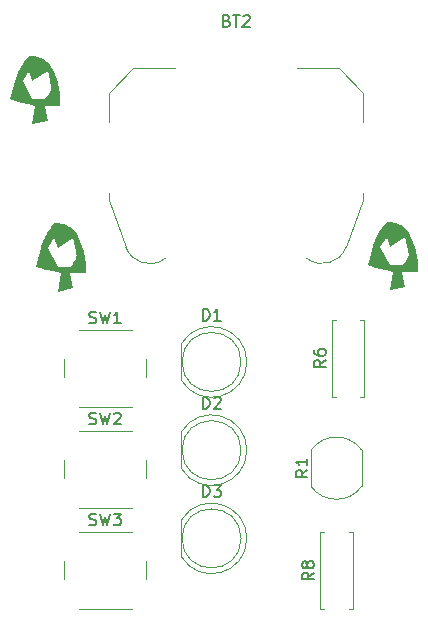
<source format=gbr>
%TF.GenerationSoftware,KiCad,Pcbnew,9.0.2*%
%TF.CreationDate,2025-06-18T19:47:00+03:00*%
%TF.ProjectId,solder_PCB,736f6c64-6572-45f5-9043-422e6b696361,rev?*%
%TF.SameCoordinates,Original*%
%TF.FileFunction,Legend,Top*%
%TF.FilePolarity,Positive*%
%FSLAX46Y46*%
G04 Gerber Fmt 4.6, Leading zero omitted, Abs format (unit mm)*
G04 Created by KiCad (PCBNEW 9.0.2) date 2025-06-18 19:47:00*
%MOMM*%
%LPD*%
G01*
G04 APERTURE LIST*
%ADD10C,0.000000*%
%ADD11C,0.150000*%
%ADD12C,0.120000*%
G04 APERTURE END LIST*
D10*
G36*
X167023854Y-91464587D02*
G01*
X167151602Y-91481586D01*
X167273232Y-91500387D01*
X167389460Y-91521751D01*
X167501005Y-91546441D01*
X167608582Y-91575219D01*
X167712908Y-91608849D01*
X167814701Y-91648092D01*
X167914678Y-91693710D01*
X168013555Y-91746467D01*
X168112049Y-91807125D01*
X168210877Y-91876445D01*
X168310757Y-91955192D01*
X168412404Y-92044126D01*
X168516537Y-92144010D01*
X168635246Y-92359273D01*
X168745575Y-92572418D01*
X168847493Y-92784038D01*
X168940969Y-92994727D01*
X169025972Y-93205077D01*
X169102471Y-93415682D01*
X169170436Y-93627136D01*
X169229835Y-93840031D01*
X169280638Y-94054961D01*
X169322813Y-94272519D01*
X169356331Y-94493298D01*
X169381159Y-94717892D01*
X169397268Y-94946893D01*
X169404627Y-95180895D01*
X169403204Y-95420492D01*
X169392969Y-95666276D01*
X168070052Y-95666276D01*
X168334636Y-96989193D01*
X167011719Y-97253776D01*
X167276303Y-95666276D01*
X167011719Y-95616220D01*
X166664454Y-95550521D01*
X166240965Y-95460346D01*
X166085128Y-95424075D01*
X165943051Y-95387223D01*
X165797097Y-95344946D01*
X165629633Y-95292397D01*
X165159636Y-95137109D01*
X165331413Y-94508213D01*
X165506902Y-93880339D01*
X165598287Y-93549610D01*
X166217969Y-93549610D01*
X167011719Y-95137109D01*
X168070052Y-95137109D01*
X168276381Y-94886636D01*
X168359102Y-94781898D01*
X168429036Y-94687628D01*
X168486811Y-94601428D01*
X168511336Y-94560605D01*
X168533058Y-94520900D01*
X168552054Y-94482014D01*
X168568405Y-94443646D01*
X168582189Y-94405497D01*
X168593484Y-94367268D01*
X168602369Y-94328658D01*
X168608923Y-94289368D01*
X168613224Y-94249097D01*
X168615352Y-94207547D01*
X168615385Y-94164417D01*
X168613402Y-94119408D01*
X168609482Y-94072219D01*
X168603702Y-94022552D01*
X168586882Y-93914581D01*
X168563572Y-93793098D01*
X168500000Y-93500000D01*
X168334636Y-92755860D01*
X167011719Y-93549610D01*
X166747136Y-92755860D01*
X166217969Y-93549610D01*
X165598287Y-93549610D01*
X165702238Y-93173405D01*
X165751085Y-93045168D01*
X165801433Y-92921677D01*
X165853432Y-92802469D01*
X165907230Y-92687085D01*
X165962976Y-92575063D01*
X166020817Y-92465943D01*
X166080902Y-92359264D01*
X166143380Y-92254565D01*
X166208399Y-92151384D01*
X166276107Y-92049262D01*
X166346652Y-91947737D01*
X166420184Y-91846349D01*
X166576798Y-91642138D01*
X166747136Y-91432943D01*
X167023854Y-91464587D01*
G37*
G36*
X138906576Y-91571945D02*
G01*
X139034324Y-91588944D01*
X139155954Y-91607745D01*
X139272182Y-91629109D01*
X139383727Y-91653799D01*
X139491304Y-91682577D01*
X139595630Y-91716207D01*
X139697423Y-91755450D01*
X139797400Y-91801068D01*
X139896277Y-91853825D01*
X139994771Y-91914483D01*
X140093599Y-91983803D01*
X140193479Y-92062550D01*
X140295126Y-92151484D01*
X140399259Y-92251368D01*
X140517968Y-92466631D01*
X140628297Y-92679776D01*
X140730215Y-92891396D01*
X140823691Y-93102085D01*
X140908694Y-93312435D01*
X140985193Y-93523040D01*
X141053158Y-93734494D01*
X141112557Y-93947389D01*
X141163360Y-94162319D01*
X141205535Y-94379877D01*
X141239053Y-94600656D01*
X141263881Y-94825250D01*
X141279990Y-95054251D01*
X141287349Y-95288253D01*
X141285926Y-95527850D01*
X141275691Y-95773634D01*
X139952774Y-95773634D01*
X140217358Y-97096551D01*
X138894441Y-97361134D01*
X139159025Y-95773634D01*
X138894441Y-95723578D01*
X138547176Y-95657879D01*
X138123687Y-95567704D01*
X137967850Y-95531433D01*
X137825773Y-95494581D01*
X137679819Y-95452304D01*
X137512355Y-95399755D01*
X137042358Y-95244467D01*
X137214135Y-94615571D01*
X137389624Y-93987697D01*
X137481009Y-93656968D01*
X138100691Y-93656968D01*
X138894441Y-95244467D01*
X139952774Y-95244467D01*
X140159103Y-94993994D01*
X140241824Y-94889256D01*
X140311758Y-94794986D01*
X140369533Y-94708786D01*
X140394058Y-94667963D01*
X140415780Y-94628258D01*
X140434776Y-94589372D01*
X140451127Y-94551004D01*
X140464911Y-94512855D01*
X140476206Y-94474626D01*
X140485091Y-94436016D01*
X140491645Y-94396726D01*
X140495946Y-94356455D01*
X140498074Y-94314905D01*
X140498107Y-94271775D01*
X140496124Y-94226766D01*
X140492204Y-94179577D01*
X140486424Y-94129910D01*
X140469604Y-94021939D01*
X140446294Y-93900456D01*
X140382722Y-93607358D01*
X140217358Y-92863218D01*
X138894441Y-93656968D01*
X138629858Y-92863218D01*
X138100691Y-93656968D01*
X137481009Y-93656968D01*
X137584960Y-93280763D01*
X137633807Y-93152526D01*
X137684155Y-93029035D01*
X137736154Y-92909827D01*
X137789952Y-92794443D01*
X137845698Y-92682421D01*
X137903539Y-92573301D01*
X137963624Y-92466622D01*
X138026102Y-92361923D01*
X138091121Y-92258742D01*
X138158829Y-92156620D01*
X138229374Y-92055095D01*
X138302906Y-91953707D01*
X138459520Y-91749496D01*
X138629858Y-91540301D01*
X138906576Y-91571945D01*
G37*
G36*
X136747747Y-77415325D02*
G01*
X136875495Y-77432324D01*
X136997125Y-77451125D01*
X137113353Y-77472489D01*
X137224898Y-77497179D01*
X137332475Y-77525957D01*
X137436801Y-77559587D01*
X137538594Y-77598830D01*
X137638571Y-77644448D01*
X137737448Y-77697205D01*
X137835942Y-77757863D01*
X137934770Y-77827183D01*
X138034650Y-77905930D01*
X138136297Y-77994864D01*
X138240430Y-78094748D01*
X138359139Y-78310011D01*
X138469468Y-78523156D01*
X138571386Y-78734776D01*
X138664862Y-78945465D01*
X138749865Y-79155815D01*
X138826364Y-79366420D01*
X138894329Y-79577874D01*
X138953728Y-79790769D01*
X139004531Y-80005699D01*
X139046706Y-80223257D01*
X139080224Y-80444036D01*
X139105052Y-80668630D01*
X139121161Y-80897631D01*
X139128520Y-81131633D01*
X139127097Y-81371230D01*
X139116862Y-81617014D01*
X137793945Y-81617014D01*
X138058529Y-82939931D01*
X136735612Y-83204514D01*
X137000196Y-81617014D01*
X136735612Y-81566958D01*
X136388347Y-81501259D01*
X135964858Y-81411084D01*
X135809021Y-81374813D01*
X135666944Y-81337961D01*
X135520990Y-81295684D01*
X135353526Y-81243135D01*
X134883529Y-81087847D01*
X135055306Y-80458951D01*
X135230795Y-79831077D01*
X135322180Y-79500348D01*
X135941862Y-79500348D01*
X136735612Y-81087847D01*
X137793945Y-81087847D01*
X138000274Y-80837374D01*
X138082995Y-80732636D01*
X138152929Y-80638366D01*
X138210704Y-80552166D01*
X138235229Y-80511343D01*
X138256951Y-80471638D01*
X138275947Y-80432752D01*
X138292298Y-80394384D01*
X138306082Y-80356235D01*
X138317377Y-80318006D01*
X138326262Y-80279396D01*
X138332816Y-80240106D01*
X138337117Y-80199835D01*
X138339245Y-80158285D01*
X138339278Y-80115155D01*
X138337295Y-80070146D01*
X138333375Y-80022957D01*
X138327595Y-79973290D01*
X138310775Y-79865319D01*
X138287465Y-79743836D01*
X138223893Y-79450738D01*
X138058529Y-78706598D01*
X136735612Y-79500348D01*
X136471029Y-78706598D01*
X135941862Y-79500348D01*
X135322180Y-79500348D01*
X135426131Y-79124143D01*
X135474978Y-78995906D01*
X135525326Y-78872415D01*
X135577325Y-78753207D01*
X135631123Y-78637823D01*
X135686869Y-78525801D01*
X135744710Y-78416681D01*
X135804795Y-78310002D01*
X135867273Y-78205303D01*
X135932292Y-78102122D01*
X136000000Y-78000000D01*
X136070545Y-77898475D01*
X136144077Y-77797087D01*
X136300691Y-77592876D01*
X136471029Y-77383681D01*
X136747747Y-77415325D01*
G37*
D11*
X151191905Y-99814819D02*
X151191905Y-98814819D01*
X151191905Y-98814819D02*
X151430000Y-98814819D01*
X151430000Y-98814819D02*
X151572857Y-98862438D01*
X151572857Y-98862438D02*
X151668095Y-98957676D01*
X151668095Y-98957676D02*
X151715714Y-99052914D01*
X151715714Y-99052914D02*
X151763333Y-99243390D01*
X151763333Y-99243390D02*
X151763333Y-99386247D01*
X151763333Y-99386247D02*
X151715714Y-99576723D01*
X151715714Y-99576723D02*
X151668095Y-99671961D01*
X151668095Y-99671961D02*
X151572857Y-99767200D01*
X151572857Y-99767200D02*
X151430000Y-99814819D01*
X151430000Y-99814819D02*
X151191905Y-99814819D01*
X152715714Y-99814819D02*
X152144286Y-99814819D01*
X152430000Y-99814819D02*
X152430000Y-98814819D01*
X152430000Y-98814819D02*
X152334762Y-98957676D01*
X152334762Y-98957676D02*
X152239524Y-99052914D01*
X152239524Y-99052914D02*
X152144286Y-99100533D01*
X141586667Y-100017200D02*
X141729524Y-100064819D01*
X141729524Y-100064819D02*
X141967619Y-100064819D01*
X141967619Y-100064819D02*
X142062857Y-100017200D01*
X142062857Y-100017200D02*
X142110476Y-99969580D01*
X142110476Y-99969580D02*
X142158095Y-99874342D01*
X142158095Y-99874342D02*
X142158095Y-99779104D01*
X142158095Y-99779104D02*
X142110476Y-99683866D01*
X142110476Y-99683866D02*
X142062857Y-99636247D01*
X142062857Y-99636247D02*
X141967619Y-99588628D01*
X141967619Y-99588628D02*
X141777143Y-99541009D01*
X141777143Y-99541009D02*
X141681905Y-99493390D01*
X141681905Y-99493390D02*
X141634286Y-99445771D01*
X141634286Y-99445771D02*
X141586667Y-99350533D01*
X141586667Y-99350533D02*
X141586667Y-99255295D01*
X141586667Y-99255295D02*
X141634286Y-99160057D01*
X141634286Y-99160057D02*
X141681905Y-99112438D01*
X141681905Y-99112438D02*
X141777143Y-99064819D01*
X141777143Y-99064819D02*
X142015238Y-99064819D01*
X142015238Y-99064819D02*
X142158095Y-99112438D01*
X142491429Y-99064819D02*
X142729524Y-100064819D01*
X142729524Y-100064819D02*
X142920000Y-99350533D01*
X142920000Y-99350533D02*
X143110476Y-100064819D01*
X143110476Y-100064819D02*
X143348572Y-99064819D01*
X144253333Y-100064819D02*
X143681905Y-100064819D01*
X143967619Y-100064819D02*
X143967619Y-99064819D01*
X143967619Y-99064819D02*
X143872381Y-99207676D01*
X143872381Y-99207676D02*
X143777143Y-99302914D01*
X143777143Y-99302914D02*
X143681905Y-99350533D01*
X153214285Y-74431009D02*
X153357142Y-74478628D01*
X153357142Y-74478628D02*
X153404761Y-74526247D01*
X153404761Y-74526247D02*
X153452380Y-74621485D01*
X153452380Y-74621485D02*
X153452380Y-74764342D01*
X153452380Y-74764342D02*
X153404761Y-74859580D01*
X153404761Y-74859580D02*
X153357142Y-74907200D01*
X153357142Y-74907200D02*
X153261904Y-74954819D01*
X153261904Y-74954819D02*
X152880952Y-74954819D01*
X152880952Y-74954819D02*
X152880952Y-73954819D01*
X152880952Y-73954819D02*
X153214285Y-73954819D01*
X153214285Y-73954819D02*
X153309523Y-74002438D01*
X153309523Y-74002438D02*
X153357142Y-74050057D01*
X153357142Y-74050057D02*
X153404761Y-74145295D01*
X153404761Y-74145295D02*
X153404761Y-74240533D01*
X153404761Y-74240533D02*
X153357142Y-74335771D01*
X153357142Y-74335771D02*
X153309523Y-74383390D01*
X153309523Y-74383390D02*
X153214285Y-74431009D01*
X153214285Y-74431009D02*
X152880952Y-74431009D01*
X153738095Y-73954819D02*
X154309523Y-73954819D01*
X154023809Y-74954819D02*
X154023809Y-73954819D01*
X154595238Y-74050057D02*
X154642857Y-74002438D01*
X154642857Y-74002438D02*
X154738095Y-73954819D01*
X154738095Y-73954819D02*
X154976190Y-73954819D01*
X154976190Y-73954819D02*
X155071428Y-74002438D01*
X155071428Y-74002438D02*
X155119047Y-74050057D01*
X155119047Y-74050057D02*
X155166666Y-74145295D01*
X155166666Y-74145295D02*
X155166666Y-74240533D01*
X155166666Y-74240533D02*
X155119047Y-74383390D01*
X155119047Y-74383390D02*
X154547619Y-74954819D01*
X154547619Y-74954819D02*
X155166666Y-74954819D01*
X151191905Y-107284819D02*
X151191905Y-106284819D01*
X151191905Y-106284819D02*
X151430000Y-106284819D01*
X151430000Y-106284819D02*
X151572857Y-106332438D01*
X151572857Y-106332438D02*
X151668095Y-106427676D01*
X151668095Y-106427676D02*
X151715714Y-106522914D01*
X151715714Y-106522914D02*
X151763333Y-106713390D01*
X151763333Y-106713390D02*
X151763333Y-106856247D01*
X151763333Y-106856247D02*
X151715714Y-107046723D01*
X151715714Y-107046723D02*
X151668095Y-107141961D01*
X151668095Y-107141961D02*
X151572857Y-107237200D01*
X151572857Y-107237200D02*
X151430000Y-107284819D01*
X151430000Y-107284819D02*
X151191905Y-107284819D01*
X152144286Y-106380057D02*
X152191905Y-106332438D01*
X152191905Y-106332438D02*
X152287143Y-106284819D01*
X152287143Y-106284819D02*
X152525238Y-106284819D01*
X152525238Y-106284819D02*
X152620476Y-106332438D01*
X152620476Y-106332438D02*
X152668095Y-106380057D01*
X152668095Y-106380057D02*
X152715714Y-106475295D01*
X152715714Y-106475295D02*
X152715714Y-106570533D01*
X152715714Y-106570533D02*
X152668095Y-106713390D01*
X152668095Y-106713390D02*
X152096667Y-107284819D01*
X152096667Y-107284819D02*
X152715714Y-107284819D01*
X141586667Y-108567200D02*
X141729524Y-108614819D01*
X141729524Y-108614819D02*
X141967619Y-108614819D01*
X141967619Y-108614819D02*
X142062857Y-108567200D01*
X142062857Y-108567200D02*
X142110476Y-108519580D01*
X142110476Y-108519580D02*
X142158095Y-108424342D01*
X142158095Y-108424342D02*
X142158095Y-108329104D01*
X142158095Y-108329104D02*
X142110476Y-108233866D01*
X142110476Y-108233866D02*
X142062857Y-108186247D01*
X142062857Y-108186247D02*
X141967619Y-108138628D01*
X141967619Y-108138628D02*
X141777143Y-108091009D01*
X141777143Y-108091009D02*
X141681905Y-108043390D01*
X141681905Y-108043390D02*
X141634286Y-107995771D01*
X141634286Y-107995771D02*
X141586667Y-107900533D01*
X141586667Y-107900533D02*
X141586667Y-107805295D01*
X141586667Y-107805295D02*
X141634286Y-107710057D01*
X141634286Y-107710057D02*
X141681905Y-107662438D01*
X141681905Y-107662438D02*
X141777143Y-107614819D01*
X141777143Y-107614819D02*
X142015238Y-107614819D01*
X142015238Y-107614819D02*
X142158095Y-107662438D01*
X142491429Y-107614819D02*
X142729524Y-108614819D01*
X142729524Y-108614819D02*
X142920000Y-107900533D01*
X142920000Y-107900533D02*
X143110476Y-108614819D01*
X143110476Y-108614819D02*
X143348572Y-107614819D01*
X143681905Y-107710057D02*
X143729524Y-107662438D01*
X143729524Y-107662438D02*
X143824762Y-107614819D01*
X143824762Y-107614819D02*
X144062857Y-107614819D01*
X144062857Y-107614819D02*
X144158095Y-107662438D01*
X144158095Y-107662438D02*
X144205714Y-107710057D01*
X144205714Y-107710057D02*
X144253333Y-107805295D01*
X144253333Y-107805295D02*
X144253333Y-107900533D01*
X144253333Y-107900533D02*
X144205714Y-108043390D01*
X144205714Y-108043390D02*
X143634286Y-108614819D01*
X143634286Y-108614819D02*
X144253333Y-108614819D01*
X141586667Y-117117200D02*
X141729524Y-117164819D01*
X141729524Y-117164819D02*
X141967619Y-117164819D01*
X141967619Y-117164819D02*
X142062857Y-117117200D01*
X142062857Y-117117200D02*
X142110476Y-117069580D01*
X142110476Y-117069580D02*
X142158095Y-116974342D01*
X142158095Y-116974342D02*
X142158095Y-116879104D01*
X142158095Y-116879104D02*
X142110476Y-116783866D01*
X142110476Y-116783866D02*
X142062857Y-116736247D01*
X142062857Y-116736247D02*
X141967619Y-116688628D01*
X141967619Y-116688628D02*
X141777143Y-116641009D01*
X141777143Y-116641009D02*
X141681905Y-116593390D01*
X141681905Y-116593390D02*
X141634286Y-116545771D01*
X141634286Y-116545771D02*
X141586667Y-116450533D01*
X141586667Y-116450533D02*
X141586667Y-116355295D01*
X141586667Y-116355295D02*
X141634286Y-116260057D01*
X141634286Y-116260057D02*
X141681905Y-116212438D01*
X141681905Y-116212438D02*
X141777143Y-116164819D01*
X141777143Y-116164819D02*
X142015238Y-116164819D01*
X142015238Y-116164819D02*
X142158095Y-116212438D01*
X142491429Y-116164819D02*
X142729524Y-117164819D01*
X142729524Y-117164819D02*
X142920000Y-116450533D01*
X142920000Y-116450533D02*
X143110476Y-117164819D01*
X143110476Y-117164819D02*
X143348572Y-116164819D01*
X143634286Y-116164819D02*
X144253333Y-116164819D01*
X144253333Y-116164819D02*
X143920000Y-116545771D01*
X143920000Y-116545771D02*
X144062857Y-116545771D01*
X144062857Y-116545771D02*
X144158095Y-116593390D01*
X144158095Y-116593390D02*
X144205714Y-116641009D01*
X144205714Y-116641009D02*
X144253333Y-116736247D01*
X144253333Y-116736247D02*
X144253333Y-116974342D01*
X144253333Y-116974342D02*
X144205714Y-117069580D01*
X144205714Y-117069580D02*
X144158095Y-117117200D01*
X144158095Y-117117200D02*
X144062857Y-117164819D01*
X144062857Y-117164819D02*
X143777143Y-117164819D01*
X143777143Y-117164819D02*
X143681905Y-117117200D01*
X143681905Y-117117200D02*
X143634286Y-117069580D01*
X161584819Y-103166666D02*
X161108628Y-103499999D01*
X161584819Y-103738094D02*
X160584819Y-103738094D01*
X160584819Y-103738094D02*
X160584819Y-103357142D01*
X160584819Y-103357142D02*
X160632438Y-103261904D01*
X160632438Y-103261904D02*
X160680057Y-103214285D01*
X160680057Y-103214285D02*
X160775295Y-103166666D01*
X160775295Y-103166666D02*
X160918152Y-103166666D01*
X160918152Y-103166666D02*
X161013390Y-103214285D01*
X161013390Y-103214285D02*
X161061009Y-103261904D01*
X161061009Y-103261904D02*
X161108628Y-103357142D01*
X161108628Y-103357142D02*
X161108628Y-103738094D01*
X160584819Y-102309523D02*
X160584819Y-102499999D01*
X160584819Y-102499999D02*
X160632438Y-102595237D01*
X160632438Y-102595237D02*
X160680057Y-102642856D01*
X160680057Y-102642856D02*
X160822914Y-102738094D01*
X160822914Y-102738094D02*
X161013390Y-102785713D01*
X161013390Y-102785713D02*
X161394342Y-102785713D01*
X161394342Y-102785713D02*
X161489580Y-102738094D01*
X161489580Y-102738094D02*
X161537200Y-102690475D01*
X161537200Y-102690475D02*
X161584819Y-102595237D01*
X161584819Y-102595237D02*
X161584819Y-102404761D01*
X161584819Y-102404761D02*
X161537200Y-102309523D01*
X161537200Y-102309523D02*
X161489580Y-102261904D01*
X161489580Y-102261904D02*
X161394342Y-102214285D01*
X161394342Y-102214285D02*
X161156247Y-102214285D01*
X161156247Y-102214285D02*
X161061009Y-102261904D01*
X161061009Y-102261904D02*
X161013390Y-102309523D01*
X161013390Y-102309523D02*
X160965771Y-102404761D01*
X160965771Y-102404761D02*
X160965771Y-102595237D01*
X160965771Y-102595237D02*
X161013390Y-102690475D01*
X161013390Y-102690475D02*
X161061009Y-102738094D01*
X161061009Y-102738094D02*
X161156247Y-102785713D01*
X160584819Y-121166666D02*
X160108628Y-121499999D01*
X160584819Y-121738094D02*
X159584819Y-121738094D01*
X159584819Y-121738094D02*
X159584819Y-121357142D01*
X159584819Y-121357142D02*
X159632438Y-121261904D01*
X159632438Y-121261904D02*
X159680057Y-121214285D01*
X159680057Y-121214285D02*
X159775295Y-121166666D01*
X159775295Y-121166666D02*
X159918152Y-121166666D01*
X159918152Y-121166666D02*
X160013390Y-121214285D01*
X160013390Y-121214285D02*
X160061009Y-121261904D01*
X160061009Y-121261904D02*
X160108628Y-121357142D01*
X160108628Y-121357142D02*
X160108628Y-121738094D01*
X160013390Y-120595237D02*
X159965771Y-120690475D01*
X159965771Y-120690475D02*
X159918152Y-120738094D01*
X159918152Y-120738094D02*
X159822914Y-120785713D01*
X159822914Y-120785713D02*
X159775295Y-120785713D01*
X159775295Y-120785713D02*
X159680057Y-120738094D01*
X159680057Y-120738094D02*
X159632438Y-120690475D01*
X159632438Y-120690475D02*
X159584819Y-120595237D01*
X159584819Y-120595237D02*
X159584819Y-120404761D01*
X159584819Y-120404761D02*
X159632438Y-120309523D01*
X159632438Y-120309523D02*
X159680057Y-120261904D01*
X159680057Y-120261904D02*
X159775295Y-120214285D01*
X159775295Y-120214285D02*
X159822914Y-120214285D01*
X159822914Y-120214285D02*
X159918152Y-120261904D01*
X159918152Y-120261904D02*
X159965771Y-120309523D01*
X159965771Y-120309523D02*
X160013390Y-120404761D01*
X160013390Y-120404761D02*
X160013390Y-120595237D01*
X160013390Y-120595237D02*
X160061009Y-120690475D01*
X160061009Y-120690475D02*
X160108628Y-120738094D01*
X160108628Y-120738094D02*
X160203866Y-120785713D01*
X160203866Y-120785713D02*
X160394342Y-120785713D01*
X160394342Y-120785713D02*
X160489580Y-120738094D01*
X160489580Y-120738094D02*
X160537200Y-120690475D01*
X160537200Y-120690475D02*
X160584819Y-120595237D01*
X160584819Y-120595237D02*
X160584819Y-120404761D01*
X160584819Y-120404761D02*
X160537200Y-120309523D01*
X160537200Y-120309523D02*
X160489580Y-120261904D01*
X160489580Y-120261904D02*
X160394342Y-120214285D01*
X160394342Y-120214285D02*
X160203866Y-120214285D01*
X160203866Y-120214285D02*
X160108628Y-120261904D01*
X160108628Y-120261904D02*
X160061009Y-120309523D01*
X160061009Y-120309523D02*
X160013390Y-120404761D01*
X160054819Y-112466666D02*
X159578628Y-112799999D01*
X160054819Y-113038094D02*
X159054819Y-113038094D01*
X159054819Y-113038094D02*
X159054819Y-112657142D01*
X159054819Y-112657142D02*
X159102438Y-112561904D01*
X159102438Y-112561904D02*
X159150057Y-112514285D01*
X159150057Y-112514285D02*
X159245295Y-112466666D01*
X159245295Y-112466666D02*
X159388152Y-112466666D01*
X159388152Y-112466666D02*
X159483390Y-112514285D01*
X159483390Y-112514285D02*
X159531009Y-112561904D01*
X159531009Y-112561904D02*
X159578628Y-112657142D01*
X159578628Y-112657142D02*
X159578628Y-113038094D01*
X160054819Y-111514285D02*
X160054819Y-112085713D01*
X160054819Y-111799999D02*
X159054819Y-111799999D01*
X159054819Y-111799999D02*
X159197676Y-111895237D01*
X159197676Y-111895237D02*
X159292914Y-111990475D01*
X159292914Y-111990475D02*
X159340533Y-112085713D01*
X151191905Y-114754819D02*
X151191905Y-113754819D01*
X151191905Y-113754819D02*
X151430000Y-113754819D01*
X151430000Y-113754819D02*
X151572857Y-113802438D01*
X151572857Y-113802438D02*
X151668095Y-113897676D01*
X151668095Y-113897676D02*
X151715714Y-113992914D01*
X151715714Y-113992914D02*
X151763333Y-114183390D01*
X151763333Y-114183390D02*
X151763333Y-114326247D01*
X151763333Y-114326247D02*
X151715714Y-114516723D01*
X151715714Y-114516723D02*
X151668095Y-114611961D01*
X151668095Y-114611961D02*
X151572857Y-114707200D01*
X151572857Y-114707200D02*
X151430000Y-114754819D01*
X151430000Y-114754819D02*
X151191905Y-114754819D01*
X152096667Y-113754819D02*
X152715714Y-113754819D01*
X152715714Y-113754819D02*
X152382381Y-114135771D01*
X152382381Y-114135771D02*
X152525238Y-114135771D01*
X152525238Y-114135771D02*
X152620476Y-114183390D01*
X152620476Y-114183390D02*
X152668095Y-114231009D01*
X152668095Y-114231009D02*
X152715714Y-114326247D01*
X152715714Y-114326247D02*
X152715714Y-114564342D01*
X152715714Y-114564342D02*
X152668095Y-114659580D01*
X152668095Y-114659580D02*
X152620476Y-114707200D01*
X152620476Y-114707200D02*
X152525238Y-114754819D01*
X152525238Y-114754819D02*
X152239524Y-114754819D01*
X152239524Y-114754819D02*
X152144286Y-114707200D01*
X152144286Y-114707200D02*
X152096667Y-114659580D01*
D12*
%TO.C,D1*%
X149370000Y-101775000D02*
X149370000Y-104865000D01*
X149370000Y-101775170D02*
G75*
G02*
X154920000Y-103320000I2560000J-1544830D01*
G01*
X154920000Y-103320000D02*
G75*
G02*
X149370000Y-104864830I-2990000J0D01*
G01*
X154430000Y-103320000D02*
G75*
G02*
X149430000Y-103320000I-2500000J0D01*
G01*
X149430000Y-103320000D02*
G75*
G02*
X154430000Y-103320000I2500000J0D01*
G01*
%TO.C,SW1*%
X139420000Y-103110000D02*
X139420000Y-104610000D01*
X140670000Y-107110000D02*
X145170000Y-107110000D01*
X145170000Y-100610000D02*
X140670000Y-100610000D01*
X146420000Y-104610000D02*
X146420000Y-103110000D01*
%TO.C,BT2*%
X163325243Y-93588169D02*
G75*
G02*
X160000000Y-94550000I-2015243J738169D01*
G01*
X147996646Y-94566530D02*
G75*
G02*
X144660000Y-93580000I-1306646J1716531D01*
G01*
X164780000Y-89630000D02*
X163340000Y-93580000D01*
X164780000Y-89000000D02*
X164780000Y-89630000D01*
X164780000Y-80540000D02*
X164780000Y-83000000D01*
X162700000Y-78460000D02*
X164780000Y-80540000D01*
X162700000Y-78460000D02*
X159200000Y-78460000D01*
X148800000Y-78460000D02*
X145300000Y-78460000D01*
X145300000Y-78460000D02*
X143220000Y-80540000D01*
X143220000Y-89630000D02*
X144660000Y-93580000D01*
X143220000Y-89000000D02*
X143220000Y-89630000D01*
X143220000Y-80540000D02*
X143220000Y-83000000D01*
%TO.C,D2*%
X154430000Y-110790000D02*
G75*
G02*
X149430000Y-110790000I-2500000J0D01*
G01*
X149430000Y-110790000D02*
G75*
G02*
X154430000Y-110790000I2500000J0D01*
G01*
X154920000Y-110790000D02*
G75*
G02*
X149370000Y-112334830I-2990000J0D01*
G01*
X149370000Y-109245170D02*
G75*
G02*
X154920000Y-110790000I2560000J-1544830D01*
G01*
X149370000Y-109245000D02*
X149370000Y-112335000D01*
%TO.C,SW2*%
X146420000Y-113160000D02*
X146420000Y-111660000D01*
X145170000Y-109160000D02*
X140670000Y-109160000D01*
X140670000Y-115660000D02*
X145170000Y-115660000D01*
X139420000Y-111660000D02*
X139420000Y-113160000D01*
%TO.C,SW3*%
X146420000Y-121710000D02*
X146420000Y-120210000D01*
X145170000Y-117710000D02*
X140670000Y-117710000D01*
X140670000Y-124210000D02*
X145170000Y-124210000D01*
X139420000Y-120210000D02*
X139420000Y-121710000D01*
%TO.C,R6*%
X164870000Y-99730000D02*
X164540000Y-99730000D01*
X162130000Y-99730000D02*
X162460000Y-99730000D01*
X164870000Y-106270000D02*
X164870000Y-99730000D01*
X164540000Y-106270000D02*
X164870000Y-106270000D01*
X162460000Y-106270000D02*
X162130000Y-106270000D01*
X162130000Y-106270000D02*
X162130000Y-99730000D01*
%TO.C,R8*%
X161130000Y-124270000D02*
X161130000Y-117730000D01*
X161460000Y-124270000D02*
X161130000Y-124270000D01*
X163540000Y-124270000D02*
X163870000Y-124270000D01*
X163870000Y-124270000D02*
X163870000Y-117730000D01*
X161130000Y-117730000D02*
X161460000Y-117730000D01*
X163870000Y-117730000D02*
X163540000Y-117730000D01*
%TO.C,R1*%
X160350000Y-113850000D02*
X160350000Y-110800000D01*
X164650000Y-113850000D02*
X164650000Y-110800000D01*
X164650000Y-113850000D02*
G75*
G02*
X160334475Y-113828234I-2150000J1550000D01*
G01*
X160350000Y-110800000D02*
G75*
G02*
X164618249Y-110755487I2150000J-1500000D01*
G01*
%TO.C,D3*%
X149370000Y-116715000D02*
X149370000Y-119805000D01*
X149370000Y-116715170D02*
G75*
G02*
X154920000Y-118260000I2560000J-1544830D01*
G01*
X154920000Y-118260000D02*
G75*
G02*
X149370000Y-119804830I-2990000J0D01*
G01*
X154430000Y-118260000D02*
G75*
G02*
X149430000Y-118260000I-2500000J0D01*
G01*
X149430000Y-118260000D02*
G75*
G02*
X154430000Y-118260000I2500000J0D01*
G01*
%TD*%
M02*

</source>
